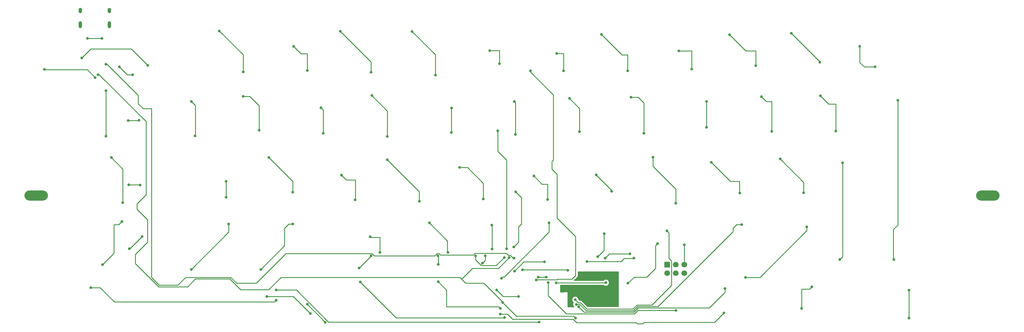
<source format=gbr>
G04 #@! TF.GenerationSoftware,KiCad,Pcbnew,8.0.7*
G04 #@! TF.CreationDate,2024-12-21T12:11:45-05:00*
G04 #@! TF.ProjectId,PCB-Sch,5043422d-5363-4682-9e6b-696361645f70,rev?*
G04 #@! TF.SameCoordinates,Original*
G04 #@! TF.FileFunction,Copper,L1,Top*
G04 #@! TF.FilePolarity,Positive*
%FSLAX46Y46*%
G04 Gerber Fmt 4.6, Leading zero omitted, Abs format (unit mm)*
G04 Created by KiCad (PCBNEW 8.0.7) date 2024-12-21 12:11:45*
%MOMM*%
%LPD*%
G01*
G04 APERTURE LIST*
G04 #@! TA.AperFunction,ComponentPad*
%ADD10O,7.000000X3.000000*%
G04 #@! TD*
G04 #@! TA.AperFunction,ComponentPad*
%ADD11C,1.700000*%
G04 #@! TD*
G04 #@! TA.AperFunction,ComponentPad*
%ADD12R,1.700000X1.700000*%
G04 #@! TD*
G04 #@! TA.AperFunction,ComponentPad*
%ADD13O,1.000000X1.600000*%
G04 #@! TD*
G04 #@! TA.AperFunction,ComponentPad*
%ADD14O,1.000000X2.100000*%
G04 #@! TD*
G04 #@! TA.AperFunction,ViaPad*
%ADD15C,0.800000*%
G04 #@! TD*
G04 #@! TA.AperFunction,Conductor*
%ADD16C,0.250000*%
G04 #@! TD*
G04 APERTURE END LIST*
D10*
X348000000Y-120100000D03*
X65000000Y-120100000D03*
D11*
X257715000Y-143190000D03*
X257715000Y-140650000D03*
X255175000Y-143190000D03*
X255175000Y-140650000D03*
X252635000Y-143190000D03*
D12*
X252635000Y-140650000D03*
D13*
X78100000Y-65015000D03*
D14*
X78100000Y-69195000D03*
D13*
X86740000Y-65015000D03*
D14*
X86740000Y-69195000D03*
D15*
X225700000Y-148450000D03*
X235300000Y-151400000D03*
X235380000Y-148380000D03*
X207111600Y-138734800D03*
X216150000Y-139850000D03*
X207227500Y-142600000D03*
X85725000Y-80962500D03*
X223100000Y-142375000D03*
X214281675Y-144425000D03*
X240946250Y-146200000D03*
X225375000Y-156600000D03*
X257715000Y-134760000D03*
X205675000Y-138600000D03*
X203725000Y-151950000D03*
X209625000Y-142225000D03*
X83412500Y-84087500D03*
X216625000Y-144375000D03*
X249775000Y-134450000D03*
X211988400Y-82905600D03*
X213650000Y-145250000D03*
X98188200Y-81288200D03*
X78550000Y-79125000D03*
X92325000Y-97750000D03*
X204850000Y-135900000D03*
X202225000Y-100800000D03*
X95600000Y-97631250D03*
X207550000Y-118975000D03*
X92525000Y-116900000D03*
X95875000Y-116950000D03*
X207000000Y-135400000D03*
X204175000Y-138525000D03*
X195675000Y-138074999D03*
X92650000Y-135975000D03*
X96500000Y-132300000D03*
X202996800Y-155382500D03*
X269450000Y-155050000D03*
X80227500Y-73262500D03*
X84520000Y-73270000D03*
X234200000Y-138700000D03*
X241550000Y-137500000D03*
X228750000Y-139725000D03*
X242750000Y-138775000D03*
X219575000Y-146100000D03*
X234391200Y-146050000D03*
X255250000Y-154300000D03*
X217200000Y-145975000D03*
X136375000Y-148225000D03*
X85725000Y-88900000D03*
X214525000Y-157775000D03*
X90773250Y-122237500D03*
X90487500Y-127793750D03*
X82550000Y-84931250D03*
X136400000Y-151225000D03*
X85725000Y-102393750D03*
X87312500Y-108743750D03*
X67468750Y-82550000D03*
X84750000Y-140675000D03*
X81250000Y-147500000D03*
X122237500Y-128587500D03*
X112268000Y-102311200D03*
X93662500Y-84137500D03*
X111125000Y-142081250D03*
X89693750Y-81756250D03*
X121443750Y-120650000D03*
X145575000Y-152475000D03*
X111125000Y-92075000D03*
X150950000Y-157850000D03*
X121443750Y-115887500D03*
X141287500Y-119062500D03*
X131318000Y-100634800D03*
X134143750Y-108743750D03*
X141287500Y-128587500D03*
X133550000Y-150175000D03*
X119481600Y-71069200D03*
X126542800Y-83312000D03*
X126542800Y-90576400D03*
X146500000Y-155250000D03*
X131762500Y-142081250D03*
X150368000Y-101549200D03*
X161000000Y-141700000D03*
X141528800Y-75641200D03*
X167225000Y-137075000D03*
X145592800Y-82854800D03*
X204300000Y-156400000D03*
X164550000Y-138074999D03*
X159867600Y-121412000D03*
X149707600Y-93980000D03*
X161387500Y-145862500D03*
X164338000Y-132384800D03*
X155803600Y-114046000D03*
X155448000Y-71170800D03*
X184500000Y-138074999D03*
X169418000Y-109423200D03*
X169418000Y-102463600D03*
X187400000Y-137000000D03*
X203047600Y-153720800D03*
X178938250Y-121797750D03*
X184525000Y-140625000D03*
X164795200Y-90322400D03*
X164592000Y-83362800D03*
X184525000Y-145800000D03*
X181914800Y-128270000D03*
X197675000Y-140225000D03*
X188518800Y-94030800D03*
X200507600Y-128930400D03*
X201900000Y-148200000D03*
X190906400Y-111760000D03*
X198525001Y-138049999D03*
X200525000Y-136050000D03*
X208450000Y-150175000D03*
X176784000Y-71221600D03*
X183700750Y-84226400D03*
X197967600Y-121158000D03*
X188468000Y-101346000D03*
X199847200Y-76911200D03*
X207518000Y-101904800D03*
X217474800Y-128219200D03*
X207168750Y-92075000D03*
X202742800Y-80822800D03*
X203352400Y-144729200D03*
X213004400Y-114300000D03*
X217068400Y-121259600D03*
X219760800Y-77774800D03*
X221792800Y-82905600D03*
X223570800Y-91186000D03*
X226568000Y-101041200D03*
X231546400Y-113944400D03*
X232000000Y-138325000D03*
X236118400Y-118872000D03*
X233883200Y-131419600D03*
X240893600Y-82905600D03*
X252526800Y-130606800D03*
X233070400Y-72085200D03*
X225300000Y-151125000D03*
X241909600Y-90779600D03*
X248412000Y-108712000D03*
X255138250Y-122397850D03*
X245668800Y-101549200D03*
X265734800Y-110185200D03*
X264312400Y-99771200D03*
X274828000Y-128778000D03*
X256133600Y-77012800D03*
X264318750Y-92075000D03*
X259943600Y-82448400D03*
X274188250Y-119329200D03*
X225575000Y-152500000D03*
X271170400Y-72186800D03*
X275945600Y-144475200D03*
X280670000Y-90678000D03*
X286207200Y-109220000D03*
X269798800Y-147777200D03*
X278942800Y-81432400D03*
X283667200Y-100939600D03*
X294132000Y-129438400D03*
X226263749Y-153225000D03*
X293217600Y-119227600D03*
X298196000Y-90424000D03*
X289509200Y-71780400D03*
X292575000Y-153700000D03*
X304800000Y-110388400D03*
X303936400Y-139192000D03*
X302768000Y-100888800D03*
X295619500Y-147283500D03*
X297992800Y-80416400D03*
X314452000Y-81788000D03*
X321180000Y-91786250D03*
X320040000Y-139192000D03*
X324525000Y-156625000D03*
X309880000Y-75692000D03*
X324525000Y-148312500D03*
D16*
X109412500Y-144462500D02*
X107075000Y-146800000D01*
X195399695Y-137324999D02*
X194949694Y-137775000D01*
X183524694Y-138025000D02*
X165525306Y-138025000D01*
X130451250Y-146178750D02*
X124578750Y-146178750D01*
X95352850Y-90237192D02*
X86078158Y-80962500D01*
X184800305Y-137349999D02*
X184199695Y-137349999D01*
X139280001Y-137349999D02*
X130451250Y-146178750D01*
X122862500Y-144462500D02*
X109412500Y-144462500D01*
X96795658Y-94184342D02*
X95352850Y-92741534D01*
X209977500Y-139850000D02*
X207227500Y-142600000D01*
X205975305Y-137875000D02*
X205339708Y-137875000D01*
X207227500Y-142600000D02*
X207500000Y-142600000D01*
X99300000Y-144513604D02*
X99300000Y-94184342D01*
X204789707Y-137324999D02*
X195399695Y-137324999D01*
X107075000Y-146800000D02*
X101586396Y-146800000D01*
X101586396Y-146800000D02*
X99300000Y-144513604D01*
X165525306Y-138025000D02*
X164850305Y-137349999D01*
X205339708Y-137875000D02*
X204789707Y-137324999D01*
X194949694Y-137775000D02*
X185225306Y-137775000D01*
X86078158Y-80962500D02*
X85725000Y-80962500D01*
X206835105Y-138734800D02*
X205975305Y-137875000D01*
X124578750Y-146178750D02*
X122862500Y-144462500D01*
X99300000Y-94184342D02*
X96795658Y-94184342D01*
X164850305Y-137349999D02*
X139280001Y-137349999D01*
X207111600Y-138734800D02*
X206835105Y-138734800D01*
X185225306Y-137775000D02*
X184800305Y-137349999D01*
X216150000Y-139850000D02*
X209977500Y-139850000D01*
X95352850Y-92741534D02*
X95352850Y-90237192D01*
X184199695Y-137349999D02*
X183524694Y-138025000D01*
X125807850Y-148157850D02*
X134067150Y-148157850D01*
X83750000Y-84087500D02*
X97650000Y-97987500D01*
X202475000Y-141800000D02*
X194725000Y-141800000D01*
X203725000Y-151767566D02*
X203725000Y-151950000D01*
X198136184Y-146178750D02*
X203725000Y-151767566D01*
X94970250Y-124135342D02*
X98100000Y-127265092D01*
X98100000Y-127265092D02*
X98100000Y-134007869D01*
X94500350Y-137607519D02*
X94500350Y-140350350D01*
X194725000Y-141800000D02*
X191525200Y-144999800D01*
X190975400Y-144450000D02*
X191525200Y-144999800D01*
X122562500Y-144912500D02*
X125807850Y-148157850D01*
X110025000Y-147250000D02*
X112362500Y-144912500D01*
X137775000Y-144450000D02*
X190975400Y-144450000D01*
X249175000Y-141760000D02*
X249175000Y-135050000D01*
X240946250Y-146200000D02*
X242771250Y-144375000D01*
X205675000Y-138600000D02*
X202475000Y-141800000D01*
X224750000Y-155975000D02*
X207750000Y-155975000D01*
X192592500Y-146067100D02*
X193000000Y-146178750D01*
X94970250Y-122562158D02*
X94970250Y-124135342D01*
X246560000Y-144375000D02*
X249175000Y-141760000D01*
X191525200Y-144999800D02*
X192592500Y-146067100D01*
X216575000Y-144425000D02*
X216625000Y-144375000D01*
X225375000Y-156600000D02*
X224750000Y-155975000D01*
X97650000Y-119882408D02*
X94970250Y-122562158D01*
X207750000Y-155975000D02*
X203725000Y-151950000D01*
X222950000Y-142225000D02*
X209625000Y-142225000D01*
X83412500Y-84087500D02*
X83750000Y-84087500D01*
X101400000Y-147250000D02*
X110025000Y-147250000D01*
X214281675Y-144425000D02*
X216575000Y-144425000D01*
X98100000Y-134007869D02*
X94500350Y-137607519D01*
X94500350Y-140350350D02*
X101400000Y-147250000D01*
X223100000Y-142375000D02*
X222950000Y-142225000D01*
X134067150Y-148157850D02*
X137775000Y-144450000D01*
X242771250Y-144375000D02*
X246560000Y-144375000D01*
X112362500Y-144912500D02*
X122562500Y-144912500D01*
X97650000Y-97987500D02*
X97650000Y-119882408D01*
X257715000Y-134760000D02*
X257715000Y-140650000D01*
X193000000Y-146178750D02*
X198136184Y-146178750D01*
X249175000Y-135050000D02*
X249775000Y-134450000D01*
X213650000Y-145250000D02*
X213750000Y-145150000D01*
X211990000Y-83315000D02*
X211990000Y-82907200D01*
X225400000Y-132325000D02*
X219850000Y-126775000D01*
X81286250Y-76388750D02*
X78550000Y-79125000D01*
X218352350Y-109954300D02*
X218786250Y-109520400D01*
X211990000Y-82907200D02*
X211988400Y-82905600D01*
X220038604Y-145000000D02*
X224300000Y-145000000D01*
X93288750Y-76388750D02*
X81286250Y-76388750D01*
X219850000Y-113762631D02*
X218352350Y-112264981D01*
X218786250Y-109520400D02*
X218786250Y-90111250D01*
X218786250Y-90111250D02*
X211990000Y-83315000D01*
X98188200Y-81288200D02*
X93288750Y-76388750D01*
X218352350Y-112264981D02*
X218352350Y-109954300D01*
X219888604Y-145150000D02*
X220038604Y-145000000D01*
X213750000Y-145150000D02*
X219888604Y-145150000D01*
X225400000Y-143900000D02*
X225400000Y-132325000D01*
X219850000Y-126775000D02*
X219850000Y-113762631D01*
X224300000Y-145000000D02*
X225400000Y-143900000D01*
X204850000Y-135900000D02*
X204850000Y-109494150D01*
X95481250Y-97750000D02*
X92325000Y-97750000D01*
X202225000Y-106869150D02*
X202225000Y-100800000D01*
X95600000Y-97631250D02*
X95481250Y-97750000D01*
X204850000Y-109494150D02*
X202225000Y-106869150D01*
X209275000Y-120700000D02*
X207550000Y-118975000D01*
X92525000Y-116900000D02*
X95825000Y-116900000D01*
X95825000Y-116900000D02*
X95875000Y-116950000D01*
X208415825Y-129415825D02*
X209275000Y-128556650D01*
X209275000Y-128556650D02*
X209275000Y-120700000D01*
X207000000Y-135400000D02*
X208415825Y-133984175D01*
X208415825Y-133984175D02*
X208415825Y-129415825D01*
X195675000Y-139250305D02*
X195675000Y-138074999D01*
X92800000Y-135850000D02*
X92675000Y-135975000D01*
X204175000Y-138525000D02*
X201750000Y-140950000D01*
X92950000Y-135850000D02*
X92800000Y-135850000D01*
X96500000Y-132300000D02*
X92950000Y-135850000D01*
X197374695Y-140950000D02*
X195675000Y-139250305D01*
X92675000Y-135975000D02*
X92650000Y-135975000D01*
X201750000Y-140950000D02*
X197374695Y-140950000D01*
X245314092Y-158267750D02*
X243740908Y-158267750D01*
X245731842Y-157850000D02*
X245314092Y-158267750D01*
X269450000Y-155050000D02*
X266650000Y-157850000D01*
X206675305Y-156925000D02*
X205132805Y-155382500D01*
X243740908Y-158267750D02*
X243398158Y-157925000D01*
X243398158Y-157925000D02*
X225674695Y-157925000D01*
X225674695Y-157925000D02*
X224674695Y-156925000D01*
X266650000Y-157850000D02*
X245731842Y-157850000D01*
X224674695Y-156925000D02*
X206675305Y-156925000D01*
X205132805Y-155382500D02*
X202996800Y-155382500D01*
X84512500Y-73262500D02*
X84520000Y-73270000D01*
X80227500Y-73262500D02*
X84512500Y-73262500D01*
X235400000Y-137500000D02*
X234200000Y-138700000D01*
X241550000Y-137500000D02*
X235400000Y-137500000D01*
X228775000Y-139750000D02*
X228750000Y-139725000D01*
X242725000Y-138800000D02*
X239875000Y-138800000D01*
X239875000Y-138800000D02*
X238925000Y-139750000D01*
X242750000Y-138775000D02*
X242725000Y-138800000D01*
X238925000Y-139750000D02*
X228775000Y-139750000D01*
X234340400Y-146100800D02*
X219575800Y-146100800D01*
X234391200Y-146050000D02*
X234340400Y-146100800D01*
X219575800Y-146100800D02*
X219575000Y-146100000D01*
X217200000Y-149875000D02*
X222625000Y-155300000D01*
X217200000Y-145975000D02*
X217200000Y-149875000D01*
X243910658Y-154300000D02*
X255250000Y-154300000D01*
X242910658Y-155300000D02*
X243910658Y-154300000D01*
X222625000Y-155300000D02*
X242910658Y-155300000D01*
X80243750Y-82625000D02*
X71512500Y-82625000D01*
X85725000Y-102393750D02*
X85725000Y-88900000D01*
X88106250Y-128726850D02*
X89554400Y-128726850D01*
X90773250Y-112204500D02*
X90773250Y-122237500D01*
X88106250Y-137318750D02*
X88106250Y-128726850D01*
X84000000Y-147500000D02*
X88252650Y-151752650D01*
X89554400Y-128726850D02*
X90487500Y-127793750D01*
X71512500Y-82625000D02*
X67543750Y-82625000D01*
X67543750Y-82625000D02*
X67468750Y-82550000D01*
X84750000Y-140675000D02*
X88106250Y-137318750D01*
X88252650Y-151752650D02*
X135872350Y-151752650D01*
X81250000Y-147500000D02*
X84000000Y-147500000D01*
X142350305Y-148225000D02*
X136375000Y-148225000D01*
X82550000Y-84931250D02*
X80243750Y-82625000D01*
X214525000Y-157775000D02*
X151900305Y-157775000D01*
X151900305Y-157775000D02*
X142350305Y-148225000D01*
X90773250Y-112204500D02*
X87312500Y-108743750D01*
X135872350Y-151752650D02*
X136400000Y-151225000D01*
X122237500Y-128587500D02*
X122237500Y-129381250D01*
X122252150Y-129395900D02*
X122252150Y-130954100D01*
X122237500Y-129381250D02*
X122252150Y-129395900D01*
X92075000Y-84137500D02*
X89693750Y-81756250D01*
X112268000Y-102311200D02*
X112318800Y-102260400D01*
X122252150Y-130954100D02*
X111125000Y-142081250D01*
X121443750Y-115887500D02*
X121443750Y-120650000D01*
X112318800Y-93268800D02*
X111125000Y-92075000D01*
X93662500Y-84137500D02*
X92075000Y-84137500D01*
X145575000Y-152475000D02*
X150950000Y-157850000D01*
X112318800Y-102260400D02*
X112318800Y-93268800D01*
X138850350Y-134937500D02*
X138850350Y-134993400D01*
X128524000Y-90576400D02*
X131318000Y-93370400D01*
X138850350Y-134937500D02*
X138850350Y-129825966D01*
X126542800Y-78124050D02*
X126536450Y-78124050D01*
X138850350Y-129825966D02*
X140088816Y-128587500D01*
X126542800Y-90576400D02*
X128524000Y-90576400D01*
X140088816Y-128587500D02*
X141287500Y-128587500D01*
X126536450Y-78124050D02*
X119481600Y-71069200D01*
X141287500Y-119062500D02*
X141287500Y-115887500D01*
X141425000Y-150175000D02*
X133550000Y-150175000D01*
X131318000Y-93370400D02*
X131318000Y-100634800D01*
X146500000Y-155250000D02*
X141425000Y-150175000D01*
X138850350Y-134993400D02*
X131762500Y-142081250D01*
X126542800Y-83312000D02*
X126542800Y-78124050D01*
X141287500Y-115887500D02*
X134143750Y-108743750D01*
X164338000Y-132384800D02*
X164543700Y-132590500D01*
X145592800Y-77837500D02*
X143725100Y-77837500D01*
X159888250Y-115438250D02*
X159888250Y-121391350D01*
X164543700Y-132590500D02*
X167225000Y-132590500D01*
X204300000Y-156400000D02*
X204200000Y-156500000D01*
X167225000Y-137075000D02*
X167225000Y-132590500D01*
X143725100Y-77837500D02*
X141528800Y-75641200D01*
X204200000Y-156500000D02*
X172025000Y-156500000D01*
X150368000Y-94640400D02*
X149707600Y-93980000D01*
X172025000Y-156500000D02*
X161387500Y-145862500D01*
X161000000Y-141700000D02*
X164550000Y-138150000D01*
X164550000Y-138150000D02*
X164550000Y-138074999D01*
X157195850Y-115438250D02*
X159888250Y-115438250D01*
X159888250Y-121391350D02*
X159867600Y-121412000D01*
X155803600Y-114046000D02*
X157195850Y-115438250D01*
X161275000Y-145750000D02*
X161387500Y-145862500D01*
X150368000Y-101549200D02*
X150368000Y-94640400D01*
X145592800Y-82854800D02*
X145592800Y-77837500D01*
X184525000Y-140625000D02*
X184525000Y-138099999D01*
X178917600Y-121777100D02*
X178938250Y-121797750D01*
X187250000Y-136850000D02*
X187250000Y-133565500D01*
X169418000Y-109423200D02*
X178917600Y-118922800D01*
X187250000Y-133565500D02*
X187210300Y-133565500D01*
X203047600Y-153720800D02*
X202526800Y-153200000D01*
X164592000Y-80314800D02*
X155448000Y-71170800D01*
X169418000Y-102463600D02*
X169418000Y-94945200D01*
X187000000Y-153200000D02*
X187000000Y-148275000D01*
X187400000Y-137000000D02*
X187250000Y-136850000D01*
X164592000Y-83362800D02*
X164592000Y-80314800D01*
X178917600Y-118922800D02*
X178917600Y-121777100D01*
X202526800Y-153200000D02*
X187000000Y-153200000D01*
X184525000Y-138099999D02*
X184500000Y-138074999D01*
X169418000Y-94945200D02*
X164795200Y-90322400D01*
X187000000Y-148275000D02*
X184525000Y-145800000D01*
X187210300Y-133565500D02*
X181914800Y-128270000D01*
X208450000Y-150175000D02*
X203875000Y-150175000D01*
X198525001Y-139374999D02*
X198525001Y-138049999D01*
X197967600Y-116484400D02*
X193243200Y-111760000D01*
X200513000Y-128925000D02*
X200507600Y-128930400D01*
X176784000Y-71221600D02*
X183692800Y-78130400D01*
X183692800Y-84218450D02*
X183692800Y-78130400D01*
X193243200Y-111760000D02*
X190906400Y-111760000D01*
X183700750Y-84226400D02*
X183692800Y-84218450D01*
X197675000Y-140225000D02*
X198525001Y-139374999D01*
X197967600Y-121158000D02*
X197967600Y-116484400D01*
X203875000Y-150175000D02*
X202050000Y-148350000D01*
X200525000Y-128925000D02*
X200513000Y-128925000D01*
X188468000Y-94030800D02*
X188518800Y-94030800D01*
X202050000Y-148350000D02*
X201900000Y-148200000D01*
X188468000Y-101346000D02*
X188468000Y-94030800D01*
X200525000Y-128925000D02*
X200525000Y-136050000D01*
X217502150Y-130954100D02*
X217502150Y-128246550D01*
X207518000Y-101904800D02*
X207518000Y-92424250D01*
X203352400Y-144729200D02*
X203777850Y-144303750D01*
X207518000Y-92424250D02*
X207168750Y-92075000D01*
X202742800Y-80822800D02*
X202742800Y-76911200D01*
X203777850Y-144303750D02*
X204152500Y-144303750D01*
X217502150Y-128246550D02*
X217474800Y-128219200D01*
X217068400Y-116681250D02*
X215385650Y-116681250D01*
X202742800Y-76911200D02*
X199847200Y-76911200D01*
X217068400Y-121259600D02*
X217068400Y-116681250D01*
X204152500Y-144303750D02*
X217502150Y-130954100D01*
X215385650Y-116681250D02*
X213004400Y-114300000D01*
X232000000Y-138325000D02*
X233858325Y-136466675D01*
X226568000Y-101041200D02*
X226568000Y-94183200D01*
X236118400Y-118872000D02*
X236118400Y-118567200D01*
X236118400Y-118567200D02*
X231546400Y-113995200D01*
X233858325Y-136466675D02*
X233858325Y-131444475D01*
X226568000Y-94183200D02*
X223570800Y-91186000D01*
X231546400Y-113995200D02*
X231546400Y-113944400D01*
X233858325Y-131444475D02*
X233883200Y-131419600D01*
X221792800Y-82905600D02*
X221792800Y-77825600D01*
X221742000Y-77774800D02*
X219760800Y-77774800D01*
X221792800Y-77825600D02*
X221742000Y-77774800D01*
X228728396Y-153924000D02*
X242377470Y-153924000D01*
X243973350Y-90779600D02*
X241909600Y-90779600D01*
X225300000Y-151128500D02*
X226221500Y-152050000D01*
X253150350Y-138815350D02*
X253150350Y-131230350D01*
X253898400Y-146826600D02*
X253898400Y-139563400D01*
X255138250Y-122397850D02*
X255168400Y-122367700D01*
X245668800Y-101549200D02*
X245668800Y-92475050D01*
X226221500Y-152050000D02*
X226854396Y-152050000D01*
X255168400Y-118160800D02*
X248412000Y-111404400D01*
X242377470Y-153924000D02*
X243626470Y-152675000D01*
X255168400Y-122367700D02*
X255168400Y-118160800D01*
X243626470Y-152675000D02*
X248050000Y-152675000D01*
X245668800Y-92475050D02*
X243973350Y-90779600D01*
X248412000Y-111404400D02*
X248412000Y-108712000D01*
X253898400Y-139563400D02*
X253150350Y-138815350D01*
X248050000Y-152675000D02*
X253898400Y-146826600D01*
X226854396Y-152050000D02*
X228728396Y-153924000D01*
X225300000Y-151125000D02*
X225300000Y-151128500D01*
X240893600Y-78174850D02*
X239160050Y-78174850D01*
X240893600Y-82905600D02*
X240893600Y-78174850D01*
X253150350Y-131230350D02*
X252526800Y-130606800D01*
X239160050Y-78174850D02*
X233070400Y-72085200D01*
X256133600Y-77012800D02*
X259943600Y-77012800D01*
X226668000Y-152500000D02*
X228568000Y-154400000D01*
X264318750Y-99764850D02*
X264312400Y-99771200D01*
X273248316Y-128778000D02*
X274828000Y-128778000D01*
X225575000Y-152500000D02*
X226668000Y-152500000D01*
X272200350Y-129825966D02*
X273248316Y-128778000D01*
X271437100Y-115887500D02*
X265734800Y-110185200D01*
X249916884Y-153125000D02*
X272200350Y-130841534D01*
X242537866Y-154400000D02*
X243812866Y-153125000D01*
X274188250Y-119329200D02*
X274167600Y-119308550D01*
X274167600Y-119308550D02*
X274167600Y-115887500D01*
X264318750Y-92075000D02*
X264318750Y-99764850D01*
X243812866Y-153125000D02*
X249916884Y-153125000D01*
X274167600Y-115887500D02*
X271437100Y-115887500D01*
X228568000Y-154400000D02*
X242537866Y-154400000D01*
X259943600Y-77012800D02*
X259943600Y-82448400D01*
X272200350Y-130841534D02*
X272200350Y-129825966D01*
X283641800Y-92075000D02*
X282067000Y-92075000D01*
X265123881Y-153575000D02*
X269798800Y-148900081D01*
X278942800Y-81432400D02*
X278942800Y-76993750D01*
X278942800Y-76993750D02*
X275977350Y-76993750D01*
X275958300Y-144462500D02*
X275945600Y-144475200D01*
X243999262Y-153575000D02*
X265123881Y-153575000D01*
X294132000Y-130524250D02*
X280193750Y-144462500D01*
X294132000Y-129438400D02*
X294132000Y-130524250D01*
X293217600Y-116230400D02*
X286207200Y-109220000D01*
X242724262Y-154850000D02*
X243999262Y-153575000D01*
X283667200Y-100939600D02*
X283667200Y-92100400D01*
X283667200Y-92100400D02*
X283641800Y-92075000D01*
X269798800Y-148900081D02*
X269798800Y-147777200D01*
X275977350Y-76993750D02*
X271170400Y-72186800D01*
X226263749Y-153225000D02*
X227888749Y-154850000D01*
X293217600Y-119227600D02*
X293217600Y-116230400D01*
X280193750Y-144462500D02*
X275958300Y-144462500D01*
X227888749Y-154850000D02*
X242724262Y-154850000D01*
X282067000Y-92075000D02*
X280670000Y-90678000D01*
X300640750Y-92868750D02*
X298196000Y-90424000D01*
X302768000Y-92868750D02*
X300640750Y-92868750D01*
X304800000Y-138277600D02*
X303936400Y-139141200D01*
X294946750Y-147956250D02*
X292575000Y-147956250D01*
X295619500Y-147283500D02*
X294946750Y-147956250D01*
X304800000Y-110388400D02*
X304800000Y-138277600D01*
X302768000Y-100888800D02*
X302768000Y-92868750D01*
X297656250Y-79927450D02*
X297992800Y-80264000D01*
X297992800Y-80264000D02*
X297992800Y-80416400D01*
X297656250Y-79927450D02*
X289509200Y-71780400D01*
X303936400Y-139141200D02*
X303936400Y-139192000D01*
X292575000Y-147956250D02*
X292575000Y-153700000D01*
X319881250Y-139033250D02*
X320040000Y-139192000D01*
X309880000Y-75692000D02*
X309880000Y-80486250D01*
X309880000Y-80486250D02*
X311181750Y-81788000D01*
X324525000Y-156625000D02*
X324525000Y-148312500D01*
X319881250Y-130175000D02*
X319881250Y-139033250D01*
X321180000Y-91786250D02*
X321180000Y-128876250D01*
X321180000Y-128876250D02*
X319881250Y-130175000D01*
X311181750Y-81788000D02*
X314452000Y-81788000D01*
G04 #@! TA.AperFunction,Conductor*
G36*
X238212923Y-142769685D02*
G01*
X238258678Y-142822489D01*
X238269883Y-142874114D01*
X238261311Y-152020710D01*
X238260230Y-153174616D01*
X238240483Y-153241637D01*
X238187636Y-153287343D01*
X238136230Y-153298500D01*
X229038848Y-153298500D01*
X228971809Y-153278815D01*
X228951167Y-153262181D01*
X227344594Y-151655608D01*
X227344574Y-151655586D01*
X227253129Y-151564141D01*
X227197891Y-151527233D01*
X227197890Y-151527232D01*
X227150686Y-151495690D01*
X227150682Y-151495688D01*
X227144861Y-151493277D01*
X227070188Y-151462347D01*
X227036849Y-151448537D01*
X227026823Y-151446543D01*
X226976425Y-151436518D01*
X226916006Y-151424500D01*
X226916003Y-151424500D01*
X226916002Y-151424500D01*
X226531952Y-151424500D01*
X226464913Y-151404815D01*
X226444271Y-151388181D01*
X226239372Y-151183282D01*
X226205887Y-151121959D01*
X226203732Y-151108562D01*
X226185674Y-150936744D01*
X226127179Y-150756716D01*
X226032533Y-150592784D01*
X225905871Y-150452112D01*
X225905870Y-150452111D01*
X225752734Y-150340851D01*
X225752729Y-150340848D01*
X225579807Y-150263857D01*
X225579802Y-150263855D01*
X225434001Y-150232865D01*
X225394646Y-150224500D01*
X225205354Y-150224500D01*
X225172897Y-150231398D01*
X225020197Y-150263855D01*
X225020192Y-150263857D01*
X224847270Y-150340848D01*
X224847265Y-150340851D01*
X224694129Y-150452111D01*
X224567466Y-150592785D01*
X224472821Y-150756715D01*
X224472818Y-150756722D01*
X224414327Y-150936740D01*
X224414326Y-150936744D01*
X224394540Y-151125000D01*
X224414326Y-151313256D01*
X224414327Y-151313259D01*
X224472818Y-151493277D01*
X224472821Y-151493284D01*
X224567467Y-151657216D01*
X224694129Y-151797888D01*
X224777407Y-151858393D01*
X224820073Y-151913723D01*
X224826052Y-151983336D01*
X224811910Y-152020710D01*
X224747820Y-152131718D01*
X224747818Y-152131722D01*
X224689327Y-152311740D01*
X224689326Y-152311744D01*
X224669540Y-152500000D01*
X224689326Y-152688256D01*
X224689327Y-152688259D01*
X224747818Y-152868277D01*
X224747821Y-152868284D01*
X224842467Y-153032216D01*
X224969129Y-153172888D01*
X224988456Y-153186930D01*
X225031122Y-153242257D01*
X225037103Y-153311871D01*
X225004498Y-153373666D01*
X224943660Y-153408025D01*
X224915491Y-153411248D01*
X223134035Y-153410081D01*
X223067008Y-153390352D01*
X223021288Y-153337519D01*
X223010116Y-153285965D01*
X223010123Y-153278815D01*
X223016270Y-146726300D01*
X233749735Y-146726300D01*
X233816774Y-146745985D01*
X233822620Y-146749982D01*
X233938465Y-146834148D01*
X233938470Y-146834151D01*
X234111392Y-146911142D01*
X234111397Y-146911144D01*
X234296554Y-146950500D01*
X234296555Y-146950500D01*
X234485844Y-146950500D01*
X234485846Y-146950500D01*
X234671003Y-146911144D01*
X234843930Y-146834151D01*
X234997071Y-146722888D01*
X235123733Y-146582216D01*
X235218379Y-146418284D01*
X235276874Y-146238256D01*
X235296660Y-146050000D01*
X235276874Y-145861744D01*
X235218379Y-145681716D01*
X235123733Y-145517784D01*
X234997071Y-145377112D01*
X234937255Y-145333653D01*
X234843934Y-145265851D01*
X234843929Y-145265848D01*
X234671007Y-145188857D01*
X234671002Y-145188855D01*
X234525201Y-145157865D01*
X234485846Y-145149500D01*
X234296554Y-145149500D01*
X234264097Y-145156398D01*
X234111397Y-145188855D01*
X234111392Y-145188857D01*
X233938470Y-145265848D01*
X233938465Y-145265851D01*
X233785329Y-145377111D01*
X233733862Y-145434272D01*
X233674375Y-145470921D01*
X233641712Y-145475300D01*
X225008651Y-145475300D01*
X224941612Y-145455615D01*
X224895857Y-145402811D01*
X224885913Y-145333653D01*
X224914938Y-145270097D01*
X224920970Y-145263619D01*
X225246195Y-144938394D01*
X225798729Y-144385860D01*
X225798733Y-144385858D01*
X225885858Y-144298733D01*
X225954311Y-144196286D01*
X225954312Y-144196285D01*
X225954313Y-144196282D01*
X225954315Y-144196279D01*
X225964672Y-144171272D01*
X226001463Y-144082451D01*
X226025500Y-143961607D01*
X226025500Y-143838393D01*
X226025500Y-142874000D01*
X226045185Y-142806961D01*
X226097989Y-142761206D01*
X226149500Y-142750000D01*
X238145884Y-142750000D01*
X238212923Y-142769685D01*
G37*
G04 #@! TD.AperFunction*
G04 #@! TA.AperFunction,Conductor*
G36*
X223050000Y-148900000D02*
G01*
X223014228Y-148901093D01*
X220887789Y-148966093D01*
X220820179Y-148948466D01*
X220772832Y-148897085D01*
X220760000Y-148842151D01*
X220760000Y-146850300D01*
X220779685Y-146783261D01*
X220832489Y-146737506D01*
X220884000Y-146726300D01*
X223144921Y-146726300D01*
X223050000Y-148900000D01*
G37*
G04 #@! TD.AperFunction*
M02*

</source>
